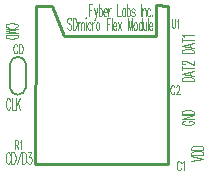
<source format=gto>
G04 DipTrace 2.4.0.2*
%INSDmicro.gto*%
%MOMM*%
%ADD10C,0.25*%
%ADD25C,0.15*%
%ADD49C,0.118*%
%ADD50C,0.111*%
%FSLAX53Y53*%
G04*
G71*
G90*
G75*
G01*
%LNTopSilk*%
%LPD*%
X14735Y11318D2*
D10*
X25925Y11288D1*
Y24727D1*
X24950Y24757D1*
X24935Y22132D1*
X17150D1*
X16115Y24652D1*
X14765D1*
X14721Y11332D1*
X15096Y11318D1*
X12572Y19781D2*
D25*
G02X13922Y19781I675J-80D01*
G01*
Y17781D2*
G02X12572Y17781I-675J80D01*
G01*
X13922D2*
Y19781D1*
X12572Y17781D2*
Y19781D1*
X26272Y23604D2*
D49*
Y23058D1*
X26294Y22948D1*
X26338Y22876D1*
X26404Y22839D1*
X26447D1*
X26513Y22876D1*
X26557Y22948D1*
X26579Y23058D1*
Y23604D1*
X26720Y23458D2*
X26764Y23495D1*
X26830Y23604D1*
Y22839D1*
X27035Y11379D2*
X27013Y11452D1*
X26969Y11525D1*
X26926Y11561D1*
X26838D1*
X26794Y11525D1*
X26751Y11452D1*
X26728Y11379D1*
X26707Y11270D1*
Y11087D1*
X26728Y10978D1*
X26751Y10905D1*
X26794Y10833D1*
X26838Y10796D1*
X26926D1*
X26969Y10833D1*
X27013Y10905D1*
X27035Y10978D1*
X27176Y11415D2*
X27220Y11452D1*
X27286Y11560D1*
Y10796D1*
X26493Y17805D2*
X26471Y17878D1*
X26427Y17951D1*
X26384Y17987D1*
X26296D1*
X26253Y17951D1*
X26209Y17878D1*
X26187Y17805D1*
X26165Y17696D1*
Y17513D1*
X26187Y17404D1*
X26209Y17331D1*
X26253Y17259D1*
X26296Y17222D1*
X26384D1*
X26427Y17259D1*
X26471Y17331D1*
X26493Y17404D1*
X26656Y17805D2*
Y17841D1*
X26678Y17914D1*
X26700Y17950D1*
X26744Y17987D1*
X26831D1*
X26875Y17950D1*
X26897Y17914D1*
X26919Y17841D1*
Y17768D1*
X26897Y17695D1*
X26853Y17586D1*
X26634Y17222D1*
X26941D1*
X12981Y12955D2*
X13177D1*
X13243Y12993D1*
X13265Y13029D1*
X13287Y13101D1*
Y13174D1*
X13265Y13247D1*
X13243Y13284D1*
X13177Y13320D1*
X12981D1*
Y12555D1*
X13134Y12955D2*
X13287Y12555D1*
X13428Y13174D2*
X13472Y13211D1*
X13538Y13319D1*
Y12555D1*
X13196Y21284D2*
X13174Y21357D1*
X13130Y21430D1*
X13087Y21466D1*
X13000D1*
X12956Y21430D1*
X12912Y21357D1*
X12890Y21284D1*
X12868Y21175D1*
Y20992D1*
X12890Y20883D1*
X12912Y20810D1*
X12956Y20737D1*
X13000Y20700D1*
X13087D1*
X13130Y20737D1*
X13174Y20810D1*
X13196Y20883D1*
X13337Y21466D2*
Y20700D1*
X13490D1*
X13556Y20737D1*
X13600Y20810D1*
X13622Y20883D1*
X13644Y20992D1*
Y21175D1*
X13622Y21284D1*
X13600Y21357D1*
X13556Y21430D1*
X13490Y21466D1*
X13337D1*
X12592Y12093D2*
D50*
X12567Y12189D1*
X12519Y12287D1*
X12470Y12335D1*
X12373D1*
X12324Y12287D1*
X12276Y12189D1*
X12251Y12093D1*
X12227Y11947D1*
Y11703D1*
X12251Y11558D1*
X12276Y11460D1*
X12324Y11364D1*
X12373Y11314D1*
X12470D1*
X12519Y11364D1*
X12567Y11460D1*
X12592Y11558D1*
X12703Y12335D2*
Y11314D1*
X12873D1*
X12946Y11364D1*
X12995Y11460D1*
X13019Y11558D1*
X13043Y11703D1*
Y11947D1*
X13019Y12093D1*
X12995Y12189D1*
X12946Y12287D1*
X12873Y12335D1*
X12703D1*
X13154Y11314D2*
X13494Y12334D1*
X13605Y12335D2*
Y11314D1*
X13776D1*
X13849Y11364D1*
X13897Y11460D1*
X13922Y11558D1*
X13946Y11703D1*
Y11947D1*
X13922Y12093D1*
X13897Y12189D1*
X13849Y12287D1*
X13776Y12335D1*
X13605D1*
X14106Y12334D2*
X14372D1*
X14227Y11946D1*
X14300D1*
X14348Y11897D1*
X14372Y11849D1*
X14397Y11703D1*
Y11606D1*
X14372Y11460D1*
X14324Y11363D1*
X14251Y11314D1*
X14178D1*
X14106Y11363D1*
X14082Y11412D1*
X14057Y11509D1*
X27122Y20699D2*
X28143D1*
Y20869D1*
X28093Y20942D1*
X27997Y20991D1*
X27899Y21015D1*
X27754Y21039D1*
X27510D1*
X27364Y21015D1*
X27268Y20991D1*
X27170Y20942D1*
X27122Y20869D1*
Y20699D1*
X28143Y21539D2*
X27122Y21344D1*
X28143Y21150D1*
X27802Y21223D2*
Y21466D1*
X27122Y21820D2*
X28143D1*
X27122Y21650D2*
Y21991D1*
X27317Y22102D2*
X27268Y22151D1*
X27123Y22224D1*
X28143D1*
X27107Y18330D2*
X28128D1*
Y18500D1*
X28078Y18573D1*
X27982Y18622D1*
X27884Y18646D1*
X27739Y18670D1*
X27496D1*
X27350Y18646D1*
X27253Y18622D1*
X27155Y18573D1*
X27107Y18500D1*
Y18330D1*
X28128Y19170D2*
X27107Y18975D1*
X28128Y18781D1*
X27788Y18854D2*
Y19097D1*
X27107Y19451D2*
X28128D1*
X27107Y19281D2*
Y19621D1*
X27351Y19757D2*
X27302D1*
X27205Y19781D1*
X27156Y19806D1*
X27108Y19854D1*
Y19952D1*
X27156Y20000D1*
X27205Y20024D1*
X27302Y20049D1*
X27399D1*
X27497Y20024D1*
X27642Y19976D1*
X28128Y19733D1*
Y20073D1*
X27367Y14985D2*
X27270Y14961D1*
X27172Y14912D1*
X27124Y14864D1*
Y14766D1*
X27172Y14718D1*
X27270Y14669D1*
X27367Y14645D1*
X27513Y14620D1*
X27756D1*
X27901Y14645D1*
X27999Y14669D1*
X28096Y14718D1*
X28145Y14766D1*
Y14864D1*
X28096Y14912D1*
X27999Y14961D1*
X27901Y14985D1*
X27756D1*
Y14864D1*
X27124Y15436D2*
X28145D1*
X27124Y15096D1*
X28145D1*
X27124Y15547D2*
X28145D1*
Y15718D1*
X28096Y15791D1*
X27999Y15839D1*
X27901Y15864D1*
X27756Y15888D1*
X27513D1*
X27367Y15864D1*
X27270Y15839D1*
X27172Y15791D1*
X27124Y15718D1*
Y15547D1*
X27930Y11569D2*
X28951Y11764D1*
X27930Y11958D1*
Y12069D2*
X28951D1*
Y12239D1*
X28902Y12312D1*
X28805Y12361D1*
X28707Y12385D1*
X28562Y12409D1*
X28319D1*
X28173Y12385D1*
X28076Y12361D1*
X27978Y12312D1*
X27930Y12239D1*
Y12069D1*
Y12520D2*
X28951D1*
Y12691D1*
X28902Y12764D1*
X28805Y12812D1*
X28707Y12837D1*
X28562Y12861D1*
X28319D1*
X28173Y12837D1*
X28076Y12812D1*
X27978Y12764D1*
X27930Y12691D1*
Y12520D1*
X12606Y16671D2*
X12582Y16767D1*
X12533Y16865D1*
X12485Y16913D1*
X12388D1*
X12339Y16865D1*
X12290Y16767D1*
X12266Y16671D1*
X12242Y16525D1*
Y16281D1*
X12266Y16136D1*
X12290Y16038D1*
X12339Y15942D1*
X12388Y15892D1*
X12485D1*
X12533Y15942D1*
X12582Y16038D1*
X12606Y16136D1*
X12717Y16913D2*
Y15892D1*
X13009D1*
X13120Y16913D2*
Y15892D1*
X13460Y16913D2*
X13120Y16233D1*
X13241Y16476D2*
X13460Y15892D1*
X12985Y22867D2*
X13082Y22891D1*
X13179Y22940D1*
X13228Y22988D1*
Y23086D1*
X13179Y23134D1*
X13082Y23183D1*
X12985Y23207D1*
X12839Y23232D1*
X12595D1*
X12450Y23207D1*
X12353Y23183D1*
X12256Y23134D1*
X12207Y23086D1*
Y22988D1*
X12256Y22940D1*
X12353Y22891D1*
X12450Y22867D1*
X12207Y22367D2*
X13228D1*
X12207Y22562D1*
X13228Y22756D1*
X12207D1*
X13228Y22256D2*
X12207D1*
Y22086D1*
X12256Y22013D1*
X12353Y21964D1*
X12450Y21940D1*
X12595Y21916D1*
X12839D1*
X12985Y21940D1*
X13082Y21964D1*
X13179Y22013D1*
X13228Y22086D1*
Y22256D1*
X17757Y23535D2*
X17708Y23633D1*
X17635Y23681D1*
X17538D1*
X17465Y23633D1*
X17416Y23535D1*
Y23439D1*
X17441Y23341D1*
X17465Y23293D1*
X17513Y23244D1*
X17659Y23147D1*
X17708Y23098D1*
X17732Y23049D1*
X17757Y22952D1*
Y22806D1*
X17708Y22710D1*
X17635Y22660D1*
X17538D1*
X17465Y22710D1*
X17416Y22806D1*
X17868Y23681D2*
Y22660D1*
X18038D1*
X18111Y22710D1*
X18160Y22806D1*
X18184Y22904D1*
X18208Y23049D1*
Y23293D1*
X18184Y23439D1*
X18160Y23535D1*
X18111Y23633D1*
X18038Y23681D1*
X17868D1*
X18319Y23341D2*
Y22660D1*
Y23147D2*
X18392Y23293D1*
X18441Y23341D1*
X18513D1*
X18562Y23293D1*
X18586Y23147D1*
Y22660D1*
Y23147D2*
X18659Y23293D1*
X18708Y23341D1*
X18781D1*
X18829Y23293D1*
X18854Y23147D1*
Y22660D1*
X18965Y23681D2*
X18989Y23633D1*
X19014Y23681D1*
X18989Y23731D1*
X18965Y23681D1*
X18989Y23341D2*
Y22660D1*
X19417Y23195D2*
X19368Y23293D1*
X19320Y23341D1*
X19247D1*
X19198Y23293D1*
X19150Y23195D1*
X19125Y23049D1*
Y22952D1*
X19150Y22806D1*
X19198Y22710D1*
X19247Y22660D1*
X19320D1*
X19368Y22710D1*
X19417Y22806D1*
X19528Y23341D2*
Y22660D1*
Y23049D2*
X19553Y23195D1*
X19601Y23293D1*
X19650Y23341D1*
X19723D1*
X19956D2*
X19907Y23293D1*
X19858Y23195D1*
X19834Y23049D1*
Y22952D1*
X19858Y22806D1*
X19907Y22710D1*
X19956Y22660D1*
X20029D1*
X20077Y22710D1*
X20126Y22806D1*
X20150Y22952D1*
Y23049D1*
X20126Y23195D1*
X20077Y23293D1*
X20029Y23341D1*
X19956D1*
X21079Y23667D2*
X20763D1*
Y22646D1*
Y23181D2*
X20957D1*
X21190Y23667D2*
Y22646D1*
X21301Y23035D2*
X21593D1*
Y23132D1*
X21568Y23230D1*
X21544Y23278D1*
X21495Y23327D1*
X21422D1*
X21374Y23278D1*
X21325Y23181D1*
X21301Y23035D1*
Y22938D1*
X21325Y22792D1*
X21374Y22695D1*
X21422Y22646D1*
X21495D1*
X21544Y22695D1*
X21593Y22792D1*
X21704Y23327D2*
X21971Y22646D1*
Y23327D2*
X21704Y22646D1*
X22919D2*
Y23667D1*
X22724Y22646D1*
X22530Y23667D1*
Y22646D1*
X23151Y23327D2*
X23103Y23278D1*
X23054Y23181D1*
X23030Y23035D1*
Y22938D1*
X23054Y22792D1*
X23103Y22695D1*
X23151Y22646D1*
X23224D1*
X23273Y22695D1*
X23321Y22792D1*
X23346Y22938D1*
Y23035D1*
X23321Y23181D1*
X23273Y23278D1*
X23224Y23327D1*
X23151D1*
X23749Y23667D2*
Y22646D1*
Y23181D2*
X23700Y23278D1*
X23651Y23327D1*
X23578D1*
X23530Y23278D1*
X23481Y23181D1*
X23457Y23035D1*
Y22938D1*
X23481Y22792D1*
X23530Y22695D1*
X23578Y22646D1*
X23651D1*
X23700Y22695D1*
X23749Y22792D1*
X23860Y23327D2*
Y22840D1*
X23884Y22695D1*
X23933Y22646D1*
X24006D1*
X24054Y22695D1*
X24127Y22840D1*
Y23327D2*
Y22646D1*
X24238Y23667D2*
Y22646D1*
X24349Y23035D2*
X24641D1*
Y23132D1*
X24616Y23230D1*
X24592Y23278D1*
X24543Y23327D1*
X24470D1*
X24422Y23278D1*
X24373Y23181D1*
X24349Y23035D1*
Y22938D1*
X24373Y22792D1*
X24422Y22695D1*
X24470Y22646D1*
X24543D1*
X24592Y22695D1*
X24641Y22792D1*
X19550Y24836D2*
X19234D1*
Y23815D1*
Y24350D2*
X19429D1*
X19686Y24496D2*
X19832Y23815D1*
X19783Y23621D1*
X19734Y23523D1*
X19686Y23475D1*
X19661D1*
X19978Y24496D2*
X19832Y23815D1*
X20089Y24836D2*
Y23815D1*
Y24350D2*
X20138Y24447D1*
X20186Y24496D1*
X20259D1*
X20307Y24447D1*
X20356Y24350D1*
X20380Y24204D1*
Y24107D1*
X20356Y23961D1*
X20307Y23864D1*
X20259Y23815D1*
X20186D1*
X20138Y23864D1*
X20089Y23961D1*
X20491Y24204D2*
X20783D1*
Y24301D1*
X20759Y24399D1*
X20734Y24447D1*
X20686Y24496D1*
X20613D1*
X20564Y24447D1*
X20515Y24350D1*
X20491Y24204D1*
Y24107D1*
X20515Y23961D1*
X20564Y23864D1*
X20613Y23815D1*
X20686D1*
X20734Y23864D1*
X20783Y23961D1*
X20894Y24496D2*
Y23815D1*
Y24204D2*
X20919Y24350D1*
X20967Y24447D1*
X21016Y24496D1*
X21089D1*
X21648Y24836D2*
Y23815D1*
X21939D1*
X22342Y24496D2*
Y23815D1*
Y24350D2*
X22294Y24447D1*
X22245Y24496D1*
X22172D1*
X22123Y24447D1*
X22075Y24350D1*
X22050Y24204D1*
Y24107D1*
X22075Y23961D1*
X22123Y23864D1*
X22172Y23815D1*
X22245D1*
X22294Y23864D1*
X22342Y23961D1*
X22453Y24836D2*
Y23815D1*
Y24350D2*
X22502Y24447D1*
X22550Y24496D1*
X22623D1*
X22671Y24447D1*
X22720Y24350D1*
X22744Y24204D1*
Y24107D1*
X22720Y23961D1*
X22671Y23864D1*
X22623Y23815D1*
X22550D1*
X22502Y23864D1*
X22453Y23961D1*
X23123Y24350D2*
X23099Y24447D1*
X23026Y24496D1*
X22953D1*
X22880Y24447D1*
X22855Y24350D1*
X22880Y24253D1*
X22928Y24204D1*
X23050Y24155D1*
X23099Y24107D1*
X23123Y24009D1*
Y23961D1*
X23099Y23864D1*
X23026Y23815D1*
X22953D1*
X22880Y23864D1*
X22855Y23961D1*
X23682Y24836D2*
Y23815D1*
X23793Y24496D2*
Y23815D1*
Y24301D2*
X23866Y24447D1*
X23915Y24496D1*
X23987D1*
X24036Y24447D1*
X24060Y24301D1*
Y23815D1*
X24463Y24350D2*
X24415Y24447D1*
X24366Y24496D1*
X24293D1*
X24244Y24447D1*
X24196Y24350D1*
X24171Y24204D1*
Y24107D1*
X24196Y23961D1*
X24244Y23864D1*
X24293Y23815D1*
X24366D1*
X24415Y23864D1*
X24463Y23961D1*
X24599Y23913D2*
X24575Y23863D1*
X24599Y23815D1*
X24623Y23863D1*
X24599Y23913D1*
M02*

</source>
